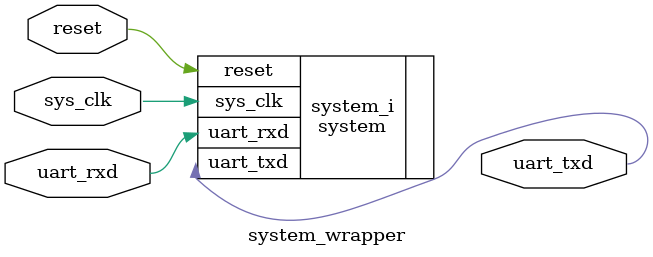
<source format=v>
`timescale 1 ps / 1 ps

module system_wrapper
   (reset,
    sys_clk,
    uart_rxd,
    uart_txd);
  input reset;
  input sys_clk;
  input uart_rxd;
  output uart_txd;

  wire reset;
  wire sys_clk;
  wire uart_rxd;
  wire uart_txd;

  system system_i
       (.reset(reset),
        .sys_clk(sys_clk),
        .uart_rxd(uart_rxd),
        .uart_txd(uart_txd));
endmodule

</source>
